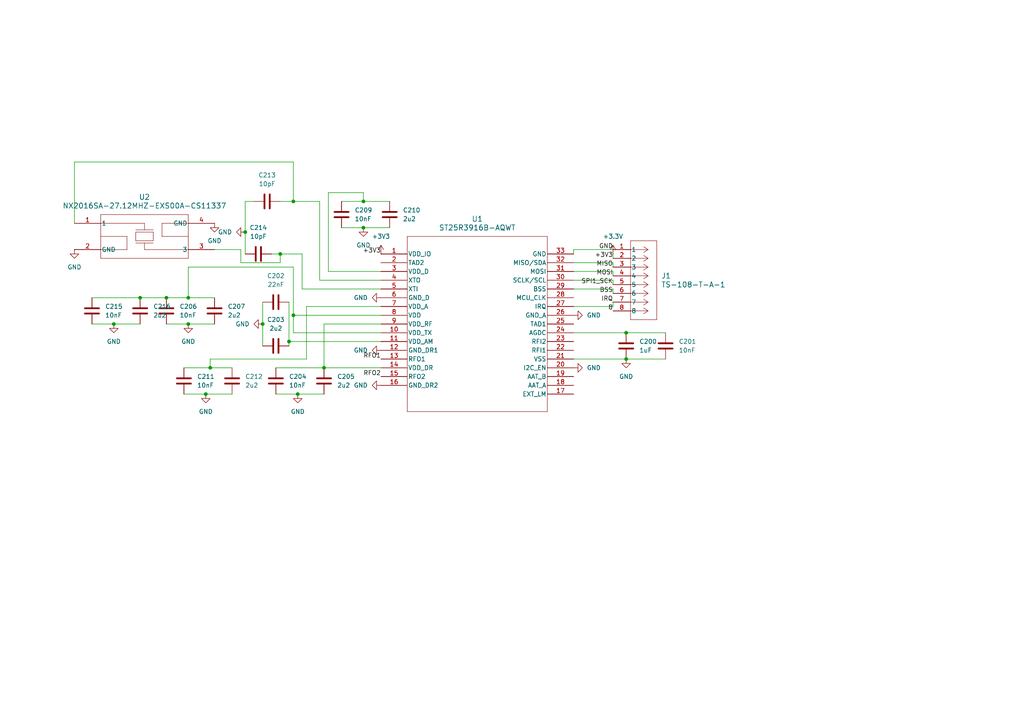
<source format=kicad_sch>
(kicad_sch (version 20231120) (generator "eeschema") (generator_version "8.0")
  (paper "A4")
  (lib_symbols
    (symbol "Crystal_27.12MHz:NX2016SA-27.12MHZ-EXS00A-CS11337" (pin_names (offset 0.254))
      (property "Reference" "U" (at 20.32 7.62 0))
      (property "Value" "NX2016SA-27.12MHZ-EXS00A-CS11337" (at 20.32 5.08 0))
      (symbol "NX2016SA-27.12MHZ-EXS00A-CS11337_0_1"
        (polyline (pts (xy 7.62 -10.16) (xy 33.02 -10.16)) (stroke (width 0.127)))
        (polyline (pts (xy 7.62 -7.62) (xy 15.24 -7.62)) (stroke (width 0.127)))
        (polyline (pts (xy 7.62 0) (xy 20.32 0)) (stroke (width 0.127)))
        (polyline (pts (xy 7.62 2.54) (xy 7.62 -10.16)) (stroke (width 0.127)))
        (polyline (pts (xy 15.24 -7.62) (xy 15.24 -3.81)) (stroke (width 0.127)))
        (polyline (pts (xy 15.24 -3.81) (xy 7.62 -3.81)) (stroke (width 0.127)))
        (polyline (pts (xy 17.78 -5.715) (xy 22.86 -5.715)) (stroke (width 0.127)))
        (polyline (pts (xy 17.78 -5.08) (xy 22.86 -5.08)) (stroke (width 0.127)))
        (polyline (pts (xy 17.78 -2.54) (xy 17.78 -5.08)) (stroke (width 0.127)))
        (polyline (pts (xy 17.78 -2.54) (xy 22.86 -2.54)) (stroke (width 0.127)))
        (polyline (pts (xy 17.78 -1.905) (xy 22.86 -1.905)) (stroke (width 0.127)))
        (polyline (pts (xy 20.32 -7.62) (xy 20.32 -5.715)) (stroke (width 0.127)))
        (polyline (pts (xy 20.32 0) (xy 20.32 -1.905)) (stroke (width 0.127)))
        (polyline (pts (xy 22.86 -2.54) (xy 22.86 -5.08)) (stroke (width 0.127)))
        (polyline (pts (xy 25.4 -3.81) (xy 33.02 -3.81)) (stroke (width 0.127)))
        (polyline (pts (xy 25.4 0) (xy 25.4 -3.81)) (stroke (width 0.127)))
        (polyline (pts (xy 33.02 -10.16) (xy 33.02 2.54)) (stroke (width 0.127)))
        (polyline (pts (xy 33.02 -7.62) (xy 20.32 -7.62)) (stroke (width 0.127)))
        (polyline (pts (xy 33.02 0) (xy 25.4 0)) (stroke (width 0.127)))
        (polyline (pts (xy 33.02 2.54) (xy 7.62 2.54)) (stroke (width 0.127)))
        (pin unspecified line (at 0 0 0) (length 7.62) (name "1") (number "1"))
        (pin unspecified line (at 0 -7.62 0) (length 7.62) (name "GND") (number "2"))
        (pin unspecified line (at 40.64 -7.62 180) (length 7.62) (name "3") (number "3"))
        (pin unspecified line (at 40.64 0 180) (length 7.62) (name "GND") (number "4"))
      )
    )
    (symbol "Device:C" (pin_numbers hide) (pin_names (offset 0.254))
      (property "Reference" "C" (at 0.635 2.54 0))
      (property "Value" "C" (at 0.635 -2.54 0))
      (symbol "C_0_1"
        (polyline (pts (xy -2.032 -0.762) (xy 2.032 -0.762)) (stroke (width 0.508)))
        (polyline (pts (xy -2.032 0.762) (xy 2.032 0.762)) (stroke (width 0.508)))
      )
      (symbol "C_1_1"
        (pin passive line (at 0 3.81 270) (length 2.794) (name "~") (number "1"))
        (pin passive line (at 0 -3.81 90) (length 2.794) (name "~") (number "2"))
      )
    )
    (symbol "Header Connector:TS-108-T-A-1" (pin_names (offset 0.254))
      (property "Reference" "J" (at 8.89 6.35 0))
      (property "Value" "TS-108-T-A-1" (at 0 0 0))
      (symbol "TS-108-T-A-1_1_1"
        (polyline (pts (xy 5.08 -20.32) (xy 12.7 -20.32)) (stroke (width 0.127)))
        (polyline (pts (xy 5.08 2.54) (xy 5.08 -20.32)) (stroke (width 0.127)))
        (polyline (pts (xy 10.16 -17.78) (xy 5.08 -17.78)) (stroke (width 0.127)))
        (polyline (pts (xy 10.16 -17.78) (xy 8.89 -18.6267)) (stroke (width 0.127)))
        (polyline (pts (xy 10.16 -17.78) (xy 8.89 -16.9333)) (stroke (width 0.127)))
        (polyline (pts (xy 10.16 -15.24) (xy 5.08 -15.24)) (stroke (width 0.127)))
        (polyline (pts (xy 10.16 -15.24) (xy 8.89 -16.0867)) (stroke (width 0.127)))
        (polyline (pts (xy 10.16 -15.24) (xy 8.89 -14.3933)) (stroke (width 0.127)))
        (polyline (pts (xy 10.16 -12.7) (xy 5.08 -12.7)) (stroke (width 0.127)))
        (polyline (pts (xy 10.16 -12.7) (xy 8.89 -13.5467)) (stroke (width 0.127)))
        (polyline (pts (xy 10.16 -12.7) (xy 8.89 -11.8533)) (stroke (width 0.127)))
        (polyline (pts (xy 10.16 -10.16) (xy 5.08 -10.16)) (stroke (width 0.127)))
        (polyline (pts (xy 10.16 -10.16) (xy 8.89 -11.0067)) (stroke (width 0.127)))
        (polyline (pts (xy 10.16 -10.16) (xy 8.89 -9.3133)) (stroke (width 0.127)))
        (polyline (pts (xy 10.16 -7.62) (xy 5.08 -7.62)) (stroke (width 0.127)))
        (polyline (pts (xy 10.16 -7.62) (xy 8.89 -8.4667)) (stroke (width 0.127)))
        (polyline (pts (xy 10.16 -7.62) (xy 8.89 -6.7733)) (stroke (width 0.127)))
        (polyline (pts (xy 10.16 -5.08) (xy 5.08 -5.08)) (stroke (width 0.127)))
        (polyline (pts (xy 10.16 -5.08) (xy 8.89 -5.9267)) (stroke (width 0.127)))
        (polyline (pts (xy 10.16 -5.08) (xy 8.89 -4.2333)) (stroke (width 0.127)))
        (polyline (pts (xy 10.16 -2.54) (xy 5.08 -2.54)) (stroke (width 0.127)))
        (polyline (pts (xy 10.16 -2.54) (xy 8.89 -3.3867)) (stroke (width 0.127)))
        (polyline (pts (xy 10.16 -2.54) (xy 8.89 -1.6933)) (stroke (width 0.127)))
        (polyline (pts (xy 10.16 0) (xy 5.08 0)) (stroke (width 0.127)))
        (polyline (pts (xy 10.16 0) (xy 8.89 -0.8467)) (stroke (width 0.127)))
        (polyline (pts (xy 10.16 0) (xy 8.89 0.8467)) (stroke (width 0.127)))
        (polyline (pts (xy 12.7 -20.32) (xy 12.7 2.54)) (stroke (width 0.127)))
        (polyline (pts (xy 12.7 2.54) (xy 5.08 2.54)) (stroke (width 0.127)))
        (pin unspecified line (at 0 0 0) (length 5.08) (name "1") (number "1"))
        (pin unspecified line (at 0 -2.54 0) (length 5.08) (name "2") (number "2"))
        (pin unspecified line (at 0 -5.08 0) (length 5.08) (name "3") (number "3"))
        (pin unspecified line (at 0 -7.62 0) (length 5.08) (name "4") (number "4"))
        (pin unspecified line (at 0 -10.16 0) (length 5.08) (name "5") (number "5"))
        (pin unspecified line (at 0 -12.7 0) (length 5.08) (name "6") (number "6"))
        (pin unspecified line (at 0 -15.24 0) (length 5.08) (name "7") (number "7"))
        (pin unspecified line (at 0 -17.78 0) (length 5.08) (name "8") (number "8"))
      )
      (symbol "TS-108-T-A-1_1_2"
        (polyline (pts (xy 5.08 -20.32) (xy 12.7 -20.32)) (stroke (width 0.127)))
        (polyline (pts (xy 5.08 2.54) (xy 5.08 -20.32)) (stroke (width 0.127)))
        (polyline (pts (xy 7.62 -17.78) (xy 5.08 -17.78)) (stroke (width 0.127)))
        (polyline (pts (xy 7.62 -17.78) (xy 8.89 -18.6267)) (stroke (width 0.127)))
        (polyline (pts (xy 7.62 -17.78) (xy 8.89 -16.9333)) (stroke (width 0.127)))
        (polyline (pts (xy 7.62 -15.24) (xy 5.08 -15.24)) (stroke (width 0.127)))
        (polyline (pts (xy 7.62 -15.24) (xy 8.89 -16.0867)) (stroke (width 0.127)))
        (polyline (pts (xy 7.62 -15.24) (xy 8.89 -14.3933)) (stroke (width 0.127)))
        (polyline (pts (xy 7.62 -12.7) (xy 5.08 -12.7)) (stroke (width 0.127)))
        (polyline (pts (xy 7.62 -12.7) (xy 8.89 -13.5467)) (stroke (width 0.127)))
        (polyline (pts (xy 7.62 -12.7) (xy 8.89 -11.8533)) (stroke (width 0.127)))
        (polyline (pts (xy 7.62 -10.16) (xy 5.08 -10.16)) (stroke (width 0.127)))
        (polyline (pts (xy 7.62 -10.16) (xy 8.89 -11.0067)) (stroke (width 0.127)))
        (polyline (pts (xy 7.62 -10.16) (xy 8.89 -9.3133)) (stroke (width 0.127)))
        (polyline (pts (xy 7.62 -7.62) (xy 5.08 -7.62)) (stroke (width 0.127)))
        (polyline (pts (xy 7.62 -7.62) (xy 8.89 -8.4667)) (stroke (width 0.127)))
        (polyline (pts (xy 7.62 -7.62) (xy 8.89 -6.7733)) (stroke (width 0.127)))
        (polyline (pts (xy 7.62 -5.08) (xy 5.08 -5.08)) (stroke (width 0.127)))
        (polyline (pts (xy 7.62 -5.08) (xy 8.89 -5.9267)) (stroke (width 0.127)))
        (polyline (pts (xy 7.62 -5.08) (xy 8.89 -4.2333)) (stroke (width 0.127)))
        (polyline (pts (xy 7.62 -2.54) (xy 5.08 -2.54)) (stroke (width 0.127)))
        (polyline (pts (xy 7.62 -2.54) (xy 8.89 -3.3867)) (stroke (width 0.127)))
        (polyline (pts (xy 7.62 -2.54) (xy 8.89 -1.6933)) (stroke (width 0.127)))
        (polyline (pts (xy 7.62 0) (xy 5.08 0)) (stroke (width 0.127)))
        (polyline (pts (xy 7.62 0) (xy 8.89 -0.8467)) (stroke (width 0.127)))
        (polyline (pts (xy 7.62 0) (xy 8.89 0.8467)) (stroke (width 0.127)))
        (polyline (pts (xy 12.7 -20.32) (xy 12.7 2.54)) (stroke (width 0.127)))
        (polyline (pts (xy 12.7 2.54) (xy 5.08 2.54)) (stroke (width 0.127)))
        (pin unspecified line (at 0 0 0) (length 5.08) (name "1") (number "1"))
        (pin unspecified line (at 0 -2.54 0) (length 5.08) (name "2") (number "2"))
        (pin unspecified line (at 0 -5.08 0) (length 5.08) (name "3") (number "3"))
        (pin unspecified line (at 0 -7.62 0) (length 5.08) (name "4") (number "4"))
        (pin unspecified line (at 0 -10.16 0) (length 5.08) (name "5") (number "5"))
        (pin unspecified line (at 0 -12.7 0) (length 5.08) (name "6") (number "6"))
        (pin unspecified line (at 0 -15.24 0) (length 5.08) (name "7") (number "7"))
        (pin unspecified line (at 0 -17.78 0) (length 5.08) (name "8") (number "8"))
      )
    )
    (symbol "ST25R3916B:ST25R3916B-AQWT" (pin_names (offset 0.254))
      (property "Reference" "U" (at 27.94 10.16 0))
      (property "Value" "ST25R3916B-AQWT" (at 27.94 7.62 0))
      (symbol "ST25R3916B-AQWT_0_1"
        (polyline (pts (xy 7.62 -45.72) (xy 48.26 -45.72)) (stroke (width 0.127)))
        (polyline (pts (xy 7.62 5.08) (xy 7.62 -45.72)) (stroke (width 0.127)))
        (polyline (pts (xy 48.26 -45.72) (xy 48.26 5.08)) (stroke (width 0.127)))
        (polyline (pts (xy 48.26 5.08) (xy 7.62 5.08)) (stroke (width 0.127)))
        (pin power_in line (at 0 0 0) (length 7.62) (name "VDD_IO") (number "1"))
        (pin power_in line (at 0 -22.86 0) (length 7.62) (name "VDD_TX") (number "10"))
        (pin unspecified line (at 0 -25.4 0) (length 7.62) (name "VDD_AM") (number "11"))
        (pin power_out line (at 0 -27.94 0) (length 7.62) (name "GND_DR1") (number "12"))
        (pin unspecified line (at 0 -30.48 0) (length 7.62) (name "RFO1") (number "13"))
        (pin power_in line (at 0 -33.02 0) (length 7.62) (name "VDD_DR") (number "14"))
        (pin unspecified line (at 0 -35.56 0) (length 7.62) (name "RFO2") (number "15"))
        (pin power_out line (at 0 -38.1 0) (length 7.62) (name "GND_DR2") (number "16"))
        (pin unspecified line (at 55.88 -40.64 180) (length 7.62) (name "EXT_LM") (number "17"))
        (pin unspecified line (at 55.88 -38.1 180) (length 7.62) (name "AAT_A") (number "18"))
        (pin unspecified line (at 55.88 -35.56 180) (length 7.62) (name "AAT_B") (number "19"))
        (pin unspecified line (at 0 -2.54 0) (length 7.62) (name "TAD2") (number "2"))
        (pin input line (at 55.88 -33.02 180) (length 7.62) (name "I2C_EN") (number "20"))
        (pin power_out line (at 55.88 -30.48 180) (length 7.62) (name "VSS") (number "21"))
        (pin unspecified line (at 55.88 -27.94 180) (length 7.62) (name "RFI1") (number "22"))
        (pin unspecified line (at 55.88 -25.4 180) (length 7.62) (name "RFI2") (number "23"))
        (pin unspecified line (at 55.88 -22.86 180) (length 7.62) (name "AGDC") (number "24"))
        (pin unspecified line (at 55.88 -20.32 180) (length 7.62) (name "TAD1") (number "25"))
        (pin power_out line (at 55.88 -17.78 180) (length 7.62) (name "GND_A") (number "26"))
        (pin output line (at 55.88 -15.24 180) (length 7.62) (name "IRQ") (number "27"))
        (pin output line (at 55.88 -12.7 180) (length 7.62) (name "MCU_CLK") (number "28"))
        (pin input line (at 55.88 -10.16 180) (length 7.62) (name "BSS") (number "29"))
        (pin unspecified line (at 0 -5.08 0) (length 7.62) (name "VDD_D") (number "3"))
        (pin input line (at 55.88 -7.62 180) (length 7.62) (name "SCLK/SCL") (number "30"))
        (pin input line (at 55.88 -5.08 180) (length 7.62) (name "MOSI") (number "31"))
        (pin bidirectional line (at 55.88 -2.54 180) (length 7.62) (name "MISO/SDA") (number "32"))
        (pin power_out line (at 55.88 0 180) (length 7.62) (name "GND") (number "33"))
        (pin unspecified line (at 0 -7.62 0) (length 7.62) (name "XTO") (number "4"))
        (pin input line (at 0 -10.16 0) (length 7.62) (name "XTI") (number "5"))
        (pin power_out line (at 0 -12.7 0) (length 7.62) (name "GND_D") (number "6"))
        (pin unspecified line (at 0 -15.24 0) (length 7.62) (name "VDD_A") (number "7"))
        (pin power_in line (at 0 -17.78 0) (length 7.62) (name "VDD") (number "8"))
        (pin unspecified line (at 0 -20.32 0) (length 7.62) (name "VDD_RF") (number "9"))
      )
    )
    (symbol "power:+3.3V" (power) (pin_numbers hide) (pin_names (offset 0) hide)
      (property "Value" "+3.3V" (at 0 3.556 0))
      (symbol "+3.3V_0_1"
        (polyline (pts (xy -0.762 1.27) (xy 0 2.54)))
        (polyline (pts (xy 0 0) (xy 0 2.54)))
        (polyline (pts (xy 0 2.54) (xy 0.762 1.27)))
      )
      (symbol "+3.3V_1_1"
        (pin power_in line (at 0 0 90) (length 0) (name "~") (number "1"))
      )
    )
    (symbol "power:+3V3" (power) (pin_numbers hide) (pin_names (offset 0) hide)
      (property "Value" "+3V3" (at 0 3.556 0))
      (symbol "+3V3_0_1"
        (polyline (pts (xy -0.762 1.27) (xy 0 2.54)))
        (polyline (pts (xy 0 0) (xy 0 2.54)))
        (polyline (pts (xy 0 2.54) (xy 0.762 1.27)))
      )
      (symbol "+3V3_1_1"
        (pin power_in line (at 0 0 90) (length 0) (name "~") (number "1"))
      )
    )
    (symbol "power:GND" (power) (pin_numbers hide) (pin_names (offset 0) hide)
      (property "Value" "GND" (at 0 -3.81 0))
      (symbol "GND_0_1"
        (polyline (pts (xy 0 0) (xy 0 -1.27) (xy 1.27 -1.27) (xy 0 -2.54) (xy -1.27 -1.27) (xy 0 -1.27)))
      )
      (symbol "GND_1_1"
        (pin power_in line (at 0 0 270) (length 0) (name "~") (number "1"))
      )
    )
  )
  (junction (at 105.41 66.04))
  (junction (at 93.98 106.68))
  (junction (at 60.96 106.68))
  (junction (at 181.61 104.14))
  (junction (at 59.69 114.3))
  (junction (at 83.82 99.06))
  (junction (at 105.41 58.42))
  (junction (at 86.36 114.3))
  (junction (at 76.2 93.98))
  (junction (at 181.61 96.52))
  (junction (at 54.61 93.98))
  (junction (at 54.61 86.36))
  (junction (at 85.09 58.42))
  (junction (at 85.09 91.44))
  (junction (at 33.02 93.98))
  (junction (at 71.12 67.31))
  (junction (at 81.28 73.66))
  (junction (at 48.26 86.36))
  (junction (at 40.64 86.36))
  (wire (pts (xy 166.37 78.74) (xy 177.8 78.74)))
  (wire (pts (xy 166.37 88.9) (xy 177.8 88.9)))
  (wire (pts (xy 177.8 88.9) (xy 177.8 87.63)))
  (wire (pts (xy 40.64 86.36) (xy 48.26 86.36)))
  (wire (pts (xy 78.74 73.66) (xy 81.28 73.66)))
  (wire (pts (xy 181.61 96.52) (xy 193.04 96.52)))
  (wire (pts (xy 110.49 83.82) (xy 87.63 83.82)))
  (wire (pts (xy 81.28 76.2) (xy 81.28 73.66)))
  (wire (pts (xy 85.09 46.99) (xy 21.59 46.99)))
  (wire (pts (xy 33.02 93.98) (xy 40.64 93.98)))
  (wire (pts (xy 110.49 93.98) (xy 93.98 93.98)))
  (wire (pts (xy 85.09 58.42) (xy 85.09 46.99)))
  (wire (pts (xy 99.06 58.42) (xy 105.41 58.42)))
  (wire (pts (xy 83.82 99.06) (xy 83.82 100.33)))
  (wire (pts (xy 80.01 106.68) (xy 93.98 106.68)))
  (wire (pts (xy 26.67 86.36) (xy 40.64 86.36)))
  (wire (pts (xy 54.61 77.47) (xy 54.61 86.36)))
  (wire (pts (xy 99.06 66.04) (xy 105.41 66.04)))
  (wire (pts (xy 93.98 106.68) (xy 110.49 106.68)))
  (wire (pts (xy 166.37 96.52) (xy 181.61 96.52)))
  (wire (pts (xy 53.34 114.3) (xy 59.69 114.3)))
  (wire (pts (xy 85.09 91.44) (xy 85.09 77.47)))
  (wire (pts (xy 85.09 77.47) (xy 54.61 77.47)))
  (wire (pts (xy 105.41 58.42) (xy 113.03 58.42)))
  (wire (pts (xy 85.09 91.44) (xy 110.49 91.44)))
  (wire (pts (xy 105.41 55.88) (xy 105.41 58.42)))
  (wire (pts (xy 26.67 93.98) (xy 33.02 93.98)))
  (wire (pts (xy 83.82 87.63) (xy 83.82 99.06)))
  (wire (pts (xy 166.37 81.28) (xy 177.8 81.28)))
  (wire (pts (xy 177.8 73.66) (xy 177.8 74.93)))
  (wire (pts (xy 69.85 72.39) (xy 69.85 76.2)))
  (wire (pts (xy 93.98 93.98) (xy 93.98 106.68)))
  (wire (pts (xy 110.49 88.9) (xy 88.9 88.9)))
  (wire (pts (xy 48.26 86.36) (xy 54.61 86.36)))
  (wire (pts (xy 110.49 99.06) (xy 83.82 99.06)))
  (wire (pts (xy 54.61 86.36) (xy 62.23 86.36)))
  (wire (pts (xy 60.96 106.68) (xy 67.31 106.68)))
  (wire (pts (xy 177.8 83.82) (xy 177.8 85.09)))
  (wire (pts (xy 92.71 58.42) (xy 85.09 58.42)))
  (wire (pts (xy 81.28 73.66) (xy 87.63 73.66)))
  (wire (pts (xy 110.49 96.52) (xy 85.09 96.52)))
  (wire (pts (xy 69.85 76.2) (xy 81.28 76.2)))
  (wire (pts (xy 177.8 81.28) (xy 177.8 82.55)))
  (wire (pts (xy 177.8 76.2) (xy 177.8 77.47)))
  (wire (pts (xy 95.25 78.74) (xy 95.25 55.88)))
  (wire (pts (xy 80.01 114.3) (xy 86.36 114.3)))
  (wire (pts (xy 59.69 114.3) (xy 67.31 114.3)))
  (wire (pts (xy 21.59 46.99) (xy 21.59 64.77)))
  (wire (pts (xy 71.12 58.42) (xy 71.12 67.31)))
  (wire (pts (xy 88.9 88.9) (xy 88.9 104.14)))
  (wire (pts (xy 48.26 93.98) (xy 54.61 93.98)))
  (wire (pts (xy 181.61 104.14) (xy 193.04 104.14)))
  (wire (pts (xy 110.49 81.28) (xy 92.71 81.28)))
  (wire (pts (xy 86.36 114.3) (xy 93.98 114.3)))
  (wire (pts (xy 54.61 93.98) (xy 62.23 93.98)))
  (wire (pts (xy 110.49 78.74) (xy 95.25 78.74)))
  (wire (pts (xy 76.2 93.98) (xy 76.2 100.33)))
  (wire (pts (xy 177.8 72.39) (xy 166.37 72.39)))
  (wire (pts (xy 166.37 72.39) (xy 166.37 73.66)))
  (wire (pts (xy 105.41 66.04) (xy 113.03 66.04)))
  (wire (pts (xy 73.66 58.42) (xy 71.12 58.42)))
  (wire (pts (xy 71.12 67.31) (xy 71.12 73.66)))
  (wire (pts (xy 95.25 55.88) (xy 105.41 55.88)))
  (wire (pts (xy 62.23 72.39) (xy 69.85 72.39)))
  (wire (pts (xy 92.71 81.28) (xy 92.71 58.42)))
  (wire (pts (xy 177.8 78.74) (xy 177.8 80.01)))
  (wire (pts (xy 85.09 96.52) (xy 85.09 91.44)))
  (wire (pts (xy 87.63 83.82) (xy 87.63 73.66)))
  (wire (pts (xy 88.9 104.14) (xy 60.96 104.14)))
  (wire (pts (xy 53.34 106.68) (xy 60.96 106.68)))
  (wire (pts (xy 76.2 87.63) (xy 76.2 93.98)))
  (wire (pts (xy 166.37 76.2) (xy 177.8 76.2)))
  (wire (pts (xy 166.37 104.14) (xy 181.61 104.14)))
  (wire (pts (xy 60.96 104.14) (xy 60.96 106.68)))
  (wire (pts (xy 166.37 83.82) (xy 177.8 83.82)))
  (wire (pts (xy 85.09 58.42) (xy 81.28 58.42)))
  (label "+3V3" (at 177.8 74.93 180))
  (label "RFO2" (at 110.49 109.22 180))
  (label "+3V3" (at 110.49 73.66 180))
  (label "IRQ" (at 177.8 87.63 180))
  (label "RFO1" (at 110.49 104.14 180))
  (label "SPI1_SCK" (at 177.8 82.55 180))
  (label "8" (at 177.8 90.17 180))
  (label "MISO" (at 177.8 77.47 180))
  (label "MOSI" (at 177.8 80.01 180))
  (label "GND" (at 177.8 72.39 180))
  (label "BSS" (at 177.8 85.09 180))
  (symbol (lib_id "Header Connector:TS-108-T-A-1") (at 177.8 72.39 0) (unit 1)
    (property "Reference" "J1" (at 191.77 80.0099 0) (effects (font (size 1.524 1.524)) (justify left)))
    (property "Value" "TS-108-T-A-1" (at 191.77 82.5499 0) (effects (font (size 1.524 1.524)) (justify left)))
    (property "Footprint" "CON8_1X8_TUC_HTS_SAI" (effects (hide yes)))
    (property "Datasheet" "TS-108-T-A-1" (effects (hide yes)))
  )
  (symbol (lib_id "Device:C") (at 40.64 90.17 0) (unit 1)
    (property "Reference" "C216" (at 44.45 88.8999 0) (effects (justify left)))
    (property "Value" "2u2" (at 44.45 91.4399 0) (effects (justify left)))
    (property "Footprint" "Capacitor_SMD:C_0402_1005Metric_Pad0.74x0.62mm_HandSolder" (effects (hide yes)))
    (property "Description" "Unpolarized capacitor" (effects (hide yes)))
  )
  (symbol (lib_id "power:+3.3V") (at 177.8 73.66 0) (unit 1)
    (property "Reference" "#PWR017" (effects (hide yes)))
    (property "Value" "+3.3V" (at 177.8 68.58 0))
    (property "Description" "Power symbol creates a global label with name \"+3.3V\"" (effects (hide yes)))
  )
  (symbol (lib_id "Device:C") (at 26.67 90.17 0) (unit 1)
    (property "Reference" "C215" (at 30.48 88.8999 0) (effects (justify left)))
    (property "Value" "10nF" (at 30.48 91.4399 0) (effects (justify left)))
    (property "Footprint" "Capacitor_SMD:C_0402_1005Metric_Pad0.74x0.62mm_HandSolder" (effects (hide yes)))
    (property "Description" "Unpolarized capacitor" (effects (hide yes)))
  )
  (symbol (lib_id "Device:C") (at 113.03 62.23 0) (unit 1)
    (property "Reference" "C210" (at 116.84 60.9599 0) (effects (justify left)))
    (property "Value" "2u2" (at 116.84 63.4999 0) (effects (justify left)))
    (property "Footprint" "Capacitor_SMD:C_0402_1005Metric_Pad0.74x0.62mm_HandSolder" (effects (hide yes)))
    (property "Description" "Unpolarized capacitor" (effects (hide yes)))
  )
  (symbol (lib_id "Device:C") (at 193.04 100.33 0) (unit 1)
    (property "Reference" "C201" (at 196.85 99.0599 0) (effects (justify left)))
    (property "Value" "10nF" (at 196.85 101.5999 0) (effects (justify left)))
    (property "Footprint" "Capacitor_SMD:C_0402_1005Metric_Pad0.74x0.62mm_HandSolder" (effects (hide yes)))
    (property "Description" "Unpolarized capacitor" (effects (hide yes)))
  )
  (symbol (lib_id "Device:C") (at 48.26 90.17 0) (unit 1)
    (property "Reference" "C206" (at 52.07 88.8999 0) (effects (justify left)))
    (property "Value" "10nF" (at 52.07 91.4399 0) (effects (justify left)))
    (property "Footprint" "Capacitor_SMD:C_0402_1005Metric_Pad0.74x0.62mm_HandSolder" (effects (hide yes)))
    (property "Description" "Unpolarized capacitor" (effects (hide yes)))
  )
  (symbol (lib_id "power:GND") (at 166.37 106.68 90) (unit 1)
    (property "Reference" "#PWR01" (effects (hide yes)))
    (property "Value" "GND" (at 170.18 106.6799 90) (effects (justify right)))
    (property "Description" "Power symbol creates a global label with name \"GND\" , ground" (effects (hide yes)))
  )
  (symbol (lib_id "power:GND") (at 21.59 72.39 0) (unit 1)
    (property "Reference" "#PWR016" (effects (hide yes)))
    (property "Value" "GND" (at 21.59 77.47 0))
    (property "Description" "Power symbol creates a global label with name \"GND\" , ground" (effects (hide yes)))
  )
  (symbol (lib_id "power:GND") (at 54.61 93.98 0) (unit 1)
    (property "Reference" "#PWR08" (effects (hide yes)))
    (property "Value" "GND" (at 54.61 99.06 0))
    (property "Description" "Power symbol creates a global label with name \"GND\" , ground" (effects (hide yes)))
  )
  (symbol (lib_id "Crystal_27.12MHz:NX2016SA-27.12MHZ-EXS00A-CS11337") (at 21.59 64.77 0) (unit 1)
    (property "Reference" "U2" (at 41.91 57.15 0) (effects (font (size 1.524 1.524))))
    (property "Value" "NX2016SA-27.12MHZ-EXS00A-CS11337" (at 41.91 59.69 0) (effects (font (size 1.524 1.524))))
    (property "Footprint" "SMD04_NX2016S_NDK" (effects (hide yes)))
    (property "Datasheet" "NX2016SA-27.12MHZ-EXS00A-CS11337" (effects (hide yes)))
  )
  (symbol (lib_id "power:+3V3") (at 110.49 73.66 0) (unit 1)
    (property "Reference" "#PWR014" (effects (hide yes)))
    (property "Value" "+3V3" (at 110.49 68.58 0))
    (property "Description" "Power symbol creates a global label with name \"+3V3\"" (effects (hide yes)))
  )
  (symbol (lib_id "power:GND") (at 86.36 114.3 0) (unit 1)
    (property "Reference" "#PWR06" (effects (hide yes)))
    (property "Value" "GND" (at 86.36 119.38 0))
    (property "Description" "Power symbol creates a global label with name \"GND\" , ground" (effects (hide yes)))
  )
  (symbol (lib_id "power:GND") (at 110.49 86.36 270) (unit 1)
    (property "Reference" "#PWR011" (effects (hide yes)))
    (property "Value" "GND" (at 106.68 86.3599 90) (effects (justify right)))
    (property "Description" "Power symbol creates a global label with name \"GND\" , ground" (effects (hide yes)))
  )
  (symbol (lib_id "Device:C") (at 181.61 100.33 180) (unit 1)
    (property "Reference" "C200" (at 185.42 99.0599 0) (effects (justify right)))
    (property "Value" "1uF" (at 185.42 101.5999 0) (effects (justify right)))
    (property "Footprint" "Capacitor_SMD:C_0402_1005Metric_Pad0.74x0.62mm_HandSolder" (effects (hide yes)))
    (property "Description" "Unpolarized capacitor" (effects (hide yes)))
  )
  (symbol (lib_id "ST25R3916B:ST25R3916B-AQWT") (at 110.49 73.66 0) (unit 1)
    (property "Reference" "U1" (at 138.43 63.5 0) (effects (font (size 1.524 1.524))))
    (property "Value" "ST25R3916B-AQWT" (at 138.43 66.04 0) (effects (font (size 1.524 1.524))))
    (property "Footprint" "VFQFPN32_5X5_WETTABLE_STM" (effects (hide yes)))
    (property "Datasheet" "ST25R3916B-AQWT" (effects (hide yes)))
  )
  (symbol (lib_id "Device:C") (at 77.47 58.42 270) (unit 1)
    (property "Reference" "C213" (at 77.47 50.8 90))
    (property "Value" "10pF" (at 77.47 53.34 90))
    (property "Footprint" "Capacitor_SMD:C_0402_1005Metric_Pad0.74x0.62mm_HandSolder" (effects (hide yes)))
    (property "Description" "Unpolarized capacitor" (effects (hide yes)))
  )
  (symbol (lib_id "power:GND") (at 166.37 91.44 90) (unit 1)
    (property "Reference" "#PWR04" (effects (hide yes)))
    (property "Value" "GND" (at 170.18 91.4399 90) (effects (justify right)))
    (property "Description" "Power symbol creates a global label with name \"GND\" , ground" (effects (hide yes)))
  )
  (symbol (lib_id "power:GND") (at 105.41 66.04 0) (unit 1)
    (property "Reference" "#PWR012" (effects (hide yes)))
    (property "Value" "GND" (at 105.41 71.12 0))
    (property "Description" "Power symbol creates a global label with name \"GND\" , ground" (effects (hide yes)))
  )
  (symbol (lib_id "power:GND") (at 110.49 111.76 270) (unit 1)
    (property "Reference" "#PWR03" (effects (hide yes)))
    (property "Value" "GND" (at 106.68 111.7599 90) (effects (justify right)))
    (property "Description" "Power symbol creates a global label with name \"GND\" , ground" (effects (hide yes)))
  )
  (symbol (lib_id "power:GND") (at 76.2 93.98 270) (unit 1)
    (property "Reference" "#PWR07" (effects (hide yes)))
    (property "Value" "GND" (at 72.39 93.9799 90) (effects (justify right)))
    (property "Description" "Power symbol creates a global label with name \"GND\" , ground" (effects (hide yes)))
  )
  (symbol (lib_id "Device:C") (at 62.23 90.17 0) (unit 1)
    (property "Reference" "C207" (at 66.04 88.8999 0) (effects (justify left)))
    (property "Value" "2u2" (at 66.04 91.4399 0) (effects (justify left)))
    (property "Footprint" "Capacitor_SMD:C_0402_1005Metric_Pad0.74x0.62mm_HandSolder" (effects (hide yes)))
    (property "Description" "Unpolarized capacitor" (effects (hide yes)))
  )
  (symbol (lib_id "power:GND") (at 71.12 67.31 270) (unit 1)
    (property "Reference" "#PWR013" (effects (hide yes)))
    (property "Value" "GND" (at 67.31 67.3099 90) (effects (justify right)))
    (property "Description" "Power symbol creates a global label with name \"GND\" , ground" (effects (hide yes)))
  )
  (symbol (lib_id "Device:C") (at 99.06 62.23 0) (unit 1)
    (property "Reference" "C209" (at 102.87 60.9599 0) (effects (justify left)))
    (property "Value" "10nF" (at 102.87 63.4999 0) (effects (justify left)))
    (property "Footprint" "Capacitor_SMD:C_0402_1005Metric_Pad0.74x0.62mm_HandSolder" (effects (hide yes)))
    (property "Description" "Unpolarized capacitor" (effects (hide yes)))
  )
  (symbol (lib_id "Device:C") (at 80.01 87.63 270) (unit 1)
    (property "Reference" "C202" (at 80.01 80.01 90))
    (property "Value" "22nF" (at 80.01 82.55 90))
    (property "Footprint" "Capacitor_SMD:C_0402_1005Metric_Pad0.74x0.62mm_HandSolder" (effects (hide yes)))
    (property "Description" "Unpolarized capacitor" (effects (hide yes)))
  )
  (symbol (lib_id "Device:C") (at 93.98 110.49 0) (unit 1)
    (property "Reference" "C205" (at 97.79 109.2199 0) (effects (justify left)))
    (property "Value" "2u2" (at 97.79 111.7599 0) (effects (justify left)))
    (property "Footprint" "Capacitor_SMD:C_0402_1005Metric_Pad0.74x0.62mm_HandSolder" (effects (hide yes)))
    (property "Description" "Unpolarized capacitor" (effects (hide yes)))
  )
  (symbol (lib_id "Device:C") (at 67.31 110.49 0) (unit 1)
    (property "Reference" "C212" (at 71.12 109.2199 0) (effects (justify left)))
    (property "Value" "2u2" (at 71.12 111.7599 0) (effects (justify left)))
    (property "Footprint" "Capacitor_SMD:C_0402_1005Metric_Pad0.74x0.62mm_HandSolder" (effects (hide yes)))
    (property "Description" "Unpolarized capacitor" (effects (hide yes)))
  )
  (symbol (lib_id "Device:C") (at 53.34 110.49 0) (unit 1)
    (property "Reference" "C211" (at 57.15 109.2199 0) (effects (justify left)))
    (property "Value" "10nF" (at 57.15 111.7599 0) (effects (justify left)))
    (property "Footprint" "Capacitor_SMD:C_0402_1005Metric_Pad0.74x0.62mm_HandSolder" (effects (hide yes)))
    (property "Description" "Unpolarized capacitor" (effects (hide yes)))
  )
  (symbol (lib_id "power:GND") (at 62.23 64.77 0) (unit 1)
    (property "Reference" "#PWR015" (effects (hide yes)))
    (property "Value" "GND" (at 62.23 69.85 0))
    (property "Description" "Power symbol creates a global label with name \"GND\" , ground" (effects (hide yes)))
  )
  (symbol (lib_id "power:GND") (at 33.02 93.98 0) (unit 1)
    (property "Reference" "#PWR09" (effects (hide yes)))
    (property "Value" "GND" (at 33.02 99.06 0))
    (property "Description" "Power symbol creates a global label with name \"GND\" , ground" (effects (hide yes)))
  )
  (symbol (lib_id "Device:C") (at 74.93 73.66 270) (unit 1)
    (property "Reference" "C214" (at 74.93 66.04 90))
    (property "Value" "10pF" (at 74.93 68.58 90))
    (property "Footprint" "Capacitor_SMD:C_0402_1005Metric_Pad0.74x0.62mm_HandSolder" (effects (hide yes)))
    (property "Description" "Unpolarized capacitor" (effects (hide yes)))
  )
  (symbol (lib_id "Device:C") (at 80.01 110.49 0) (unit 1)
    (property "Reference" "C204" (at 83.82 109.2199 0) (effects (justify left)))
    (property "Value" "10nF" (at 83.82 111.7599 0) (effects (justify left)))
    (property "Footprint" "Capacitor_SMD:C_0402_1005Metric_Pad0.74x0.62mm_HandSolder" (effects (hide yes)))
    (property "Description" "Unpolarized capacitor" (effects (hide yes)))
  )
  (symbol (lib_id "power:GND") (at 110.49 101.6 270) (unit 1)
    (property "Reference" "#PWR02" (effects (hide yes)))
    (property "Value" "GND" (at 106.68 101.5999 90) (effects (justify right)))
    (property "Description" "Power symbol creates a global label with name \"GND\" , ground" (effects (hide yes)))
  )
  (symbol (lib_id "power:GND") (at 181.61 104.14 0) (unit 1)
    (property "Reference" "#PWR05" (effects (hide yes)))
    (property "Value" "GND" (at 181.61 109.22 0))
    (property "Description" "Power symbol creates a global label with name \"GND\" , ground" (effects (hide yes)))
  )
  (symbol (lib_id "power:GND") (at 59.69 114.3 0) (unit 1)
    (property "Reference" "#PWR010" (effects (hide yes)))
    (property "Value" "GND" (at 59.69 119.38 0))
    (property "Description" "Power symbol creates a global label with name \"GND\" , ground" (effects (hide yes)))
  )
  (symbol (lib_id "Device:C") (at 80.01 100.33 270) (unit 1)
    (property "Reference" "C203" (at 80.01 92.71 90))
    (property "Value" "2u2" (at 80.01 95.25 90))
    (property "Footprint" "Capacitor_SMD:C_0402_1005Metric_Pad0.74x0.62mm_HandSolder" (effects (hide yes)))
    (property "Description" "Unpolarized capacitor" (effects (hide yes)))
  )
)
</source>
